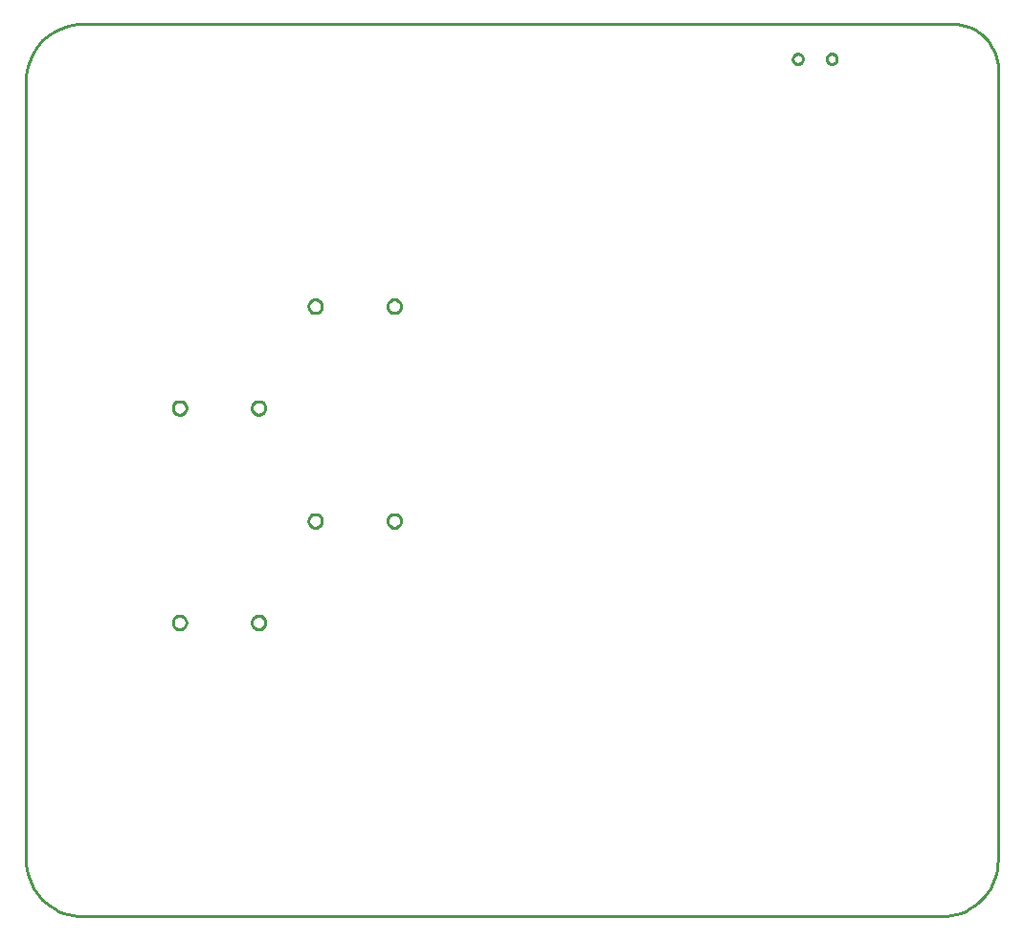
<source format=gbr>
G04 EAGLE Gerber RS-274X export*
G75*
%MOMM*%
%FSLAX34Y34*%
%LPD*%
%IN*%
%IPPOS*%
%AMOC8*
5,1,8,0,0,1.08239X$1,22.5*%
G01*
%ADD10C,0.254000*%


D10*
X0Y50000D02*
X190Y45642D01*
X760Y41318D01*
X1704Y37059D01*
X3015Y32899D01*
X4685Y28869D01*
X6699Y25000D01*
X9042Y21321D01*
X11698Y17861D01*
X14645Y14645D01*
X17861Y11698D01*
X21321Y9042D01*
X25000Y6699D01*
X28869Y4685D01*
X32899Y3015D01*
X37059Y1704D01*
X41318Y760D01*
X45642Y190D01*
X50000Y0D01*
X810000Y0D01*
X814358Y190D01*
X818682Y760D01*
X822941Y1704D01*
X827101Y3015D01*
X831131Y4685D01*
X835000Y6699D01*
X838679Y9042D01*
X842139Y11698D01*
X845355Y14645D01*
X848302Y17861D01*
X850958Y21321D01*
X853301Y25000D01*
X855315Y28869D01*
X856985Y32899D01*
X858296Y37059D01*
X859240Y41318D01*
X859810Y45642D01*
X860000Y50000D01*
X860000Y750000D01*
X859848Y753486D01*
X859392Y756946D01*
X858637Y760353D01*
X857588Y763681D01*
X856252Y766905D01*
X854641Y770000D01*
X852766Y772943D01*
X850642Y775712D01*
X848284Y778284D01*
X845712Y780642D01*
X842943Y782766D01*
X840000Y784641D01*
X836905Y786252D01*
X833681Y787588D01*
X830353Y788637D01*
X826946Y789392D01*
X823486Y789848D01*
X820000Y790000D01*
X50000Y790000D01*
X45642Y789810D01*
X41318Y789240D01*
X37059Y788296D01*
X32899Y786985D01*
X28869Y785315D01*
X25000Y783301D01*
X21321Y780958D01*
X17861Y778302D01*
X14645Y775355D01*
X11698Y772139D01*
X9042Y768679D01*
X6699Y765000D01*
X4685Y761131D01*
X3015Y757101D01*
X1704Y752941D01*
X760Y748682D01*
X190Y744358D01*
X0Y740000D01*
X0Y50000D01*
X687500Y759295D02*
X687423Y759880D01*
X687270Y760450D01*
X687045Y760995D01*
X686750Y761505D01*
X686391Y761973D01*
X685973Y762391D01*
X685505Y762750D01*
X684995Y763045D01*
X684450Y763270D01*
X683880Y763423D01*
X683295Y763500D01*
X682705Y763500D01*
X682120Y763423D01*
X681550Y763270D01*
X681005Y763045D01*
X680495Y762750D01*
X680027Y762391D01*
X679609Y761973D01*
X679250Y761505D01*
X678955Y760995D01*
X678730Y760450D01*
X678577Y759880D01*
X678500Y759295D01*
X678500Y758705D01*
X678577Y758120D01*
X678730Y757550D01*
X678955Y757005D01*
X679250Y756495D01*
X679609Y756027D01*
X680027Y755609D01*
X680495Y755250D01*
X681005Y754955D01*
X681550Y754730D01*
X682120Y754577D01*
X682705Y754500D01*
X683295Y754500D01*
X683880Y754577D01*
X684450Y754730D01*
X684995Y754955D01*
X685505Y755250D01*
X685973Y755609D01*
X686391Y756027D01*
X686750Y756495D01*
X687045Y757005D01*
X687270Y757550D01*
X687423Y758120D01*
X687500Y758705D01*
X687500Y759295D01*
X717500Y759295D02*
X717423Y759880D01*
X717270Y760450D01*
X717045Y760995D01*
X716750Y761505D01*
X716391Y761973D01*
X715973Y762391D01*
X715505Y762750D01*
X714995Y763045D01*
X714450Y763270D01*
X713880Y763423D01*
X713295Y763500D01*
X712705Y763500D01*
X712120Y763423D01*
X711550Y763270D01*
X711005Y763045D01*
X710495Y762750D01*
X710027Y762391D01*
X709609Y761973D01*
X709250Y761505D01*
X708955Y760995D01*
X708730Y760450D01*
X708577Y759880D01*
X708500Y759295D01*
X708500Y758705D01*
X708577Y758120D01*
X708730Y757550D01*
X708955Y757005D01*
X709250Y756495D01*
X709609Y756027D01*
X710027Y755609D01*
X710495Y755250D01*
X711005Y754955D01*
X711550Y754730D01*
X712120Y754577D01*
X712705Y754500D01*
X713295Y754500D01*
X713880Y754577D01*
X714450Y754730D01*
X714995Y754955D01*
X715505Y755250D01*
X715973Y755609D01*
X716391Y756027D01*
X716750Y756495D01*
X717045Y757005D01*
X717270Y757550D01*
X717423Y758120D01*
X717500Y758705D01*
X717500Y759295D01*
X142000Y259663D02*
X141925Y258993D01*
X141775Y258336D01*
X141552Y257700D01*
X141260Y257093D01*
X140901Y256523D01*
X140481Y255996D01*
X140004Y255519D01*
X139478Y255099D01*
X138907Y254740D01*
X138300Y254448D01*
X137664Y254225D01*
X137007Y254075D01*
X136337Y254000D01*
X135663Y254000D01*
X134993Y254075D01*
X134336Y254225D01*
X133700Y254448D01*
X133093Y254740D01*
X132523Y255099D01*
X131996Y255519D01*
X131519Y255996D01*
X131099Y256523D01*
X130740Y257093D01*
X130448Y257700D01*
X130225Y258336D01*
X130075Y258993D01*
X130000Y259663D01*
X130000Y260337D01*
X130075Y261007D01*
X130225Y261664D01*
X130448Y262300D01*
X130740Y262907D01*
X131099Y263478D01*
X131519Y264004D01*
X131996Y264481D01*
X132523Y264901D01*
X133093Y265260D01*
X133700Y265552D01*
X134336Y265775D01*
X134993Y265925D01*
X135663Y266000D01*
X136337Y266000D01*
X137007Y265925D01*
X137664Y265775D01*
X138300Y265552D01*
X138907Y265260D01*
X139478Y264901D01*
X140004Y264481D01*
X140481Y264004D01*
X140901Y263478D01*
X141260Y262907D01*
X141552Y262300D01*
X141775Y261664D01*
X141925Y261007D01*
X142000Y260337D01*
X142000Y259663D01*
X212000Y259663D02*
X211925Y258993D01*
X211775Y258336D01*
X211552Y257700D01*
X211260Y257093D01*
X210901Y256523D01*
X210481Y255996D01*
X210004Y255519D01*
X209478Y255099D01*
X208907Y254740D01*
X208300Y254448D01*
X207664Y254225D01*
X207007Y254075D01*
X206337Y254000D01*
X205663Y254000D01*
X204993Y254075D01*
X204336Y254225D01*
X203700Y254448D01*
X203093Y254740D01*
X202523Y255099D01*
X201996Y255519D01*
X201519Y255996D01*
X201099Y256523D01*
X200740Y257093D01*
X200448Y257700D01*
X200225Y258336D01*
X200075Y258993D01*
X200000Y259663D01*
X200000Y260337D01*
X200075Y261007D01*
X200225Y261664D01*
X200448Y262300D01*
X200740Y262907D01*
X201099Y263478D01*
X201519Y264004D01*
X201996Y264481D01*
X202523Y264901D01*
X203093Y265260D01*
X203700Y265552D01*
X204336Y265775D01*
X204993Y265925D01*
X205663Y266000D01*
X206337Y266000D01*
X207007Y265925D01*
X207664Y265775D01*
X208300Y265552D01*
X208907Y265260D01*
X209478Y264901D01*
X210004Y264481D01*
X210481Y264004D01*
X210901Y263478D01*
X211260Y262907D01*
X211552Y262300D01*
X211775Y261664D01*
X211925Y261007D01*
X212000Y260337D01*
X212000Y259663D01*
X262000Y349663D02*
X261925Y348993D01*
X261775Y348336D01*
X261552Y347700D01*
X261260Y347093D01*
X260901Y346523D01*
X260481Y345996D01*
X260004Y345519D01*
X259478Y345099D01*
X258907Y344740D01*
X258300Y344448D01*
X257664Y344225D01*
X257007Y344075D01*
X256337Y344000D01*
X255663Y344000D01*
X254993Y344075D01*
X254336Y344225D01*
X253700Y344448D01*
X253093Y344740D01*
X252523Y345099D01*
X251996Y345519D01*
X251519Y345996D01*
X251099Y346523D01*
X250740Y347093D01*
X250448Y347700D01*
X250225Y348336D01*
X250075Y348993D01*
X250000Y349663D01*
X250000Y350337D01*
X250075Y351007D01*
X250225Y351664D01*
X250448Y352300D01*
X250740Y352907D01*
X251099Y353478D01*
X251519Y354004D01*
X251996Y354481D01*
X252523Y354901D01*
X253093Y355260D01*
X253700Y355552D01*
X254336Y355775D01*
X254993Y355925D01*
X255663Y356000D01*
X256337Y356000D01*
X257007Y355925D01*
X257664Y355775D01*
X258300Y355552D01*
X258907Y355260D01*
X259478Y354901D01*
X260004Y354481D01*
X260481Y354004D01*
X260901Y353478D01*
X261260Y352907D01*
X261552Y352300D01*
X261775Y351664D01*
X261925Y351007D01*
X262000Y350337D01*
X262000Y349663D01*
X332000Y349663D02*
X331925Y348993D01*
X331775Y348336D01*
X331552Y347700D01*
X331260Y347093D01*
X330901Y346523D01*
X330481Y345996D01*
X330004Y345519D01*
X329478Y345099D01*
X328907Y344740D01*
X328300Y344448D01*
X327664Y344225D01*
X327007Y344075D01*
X326337Y344000D01*
X325663Y344000D01*
X324993Y344075D01*
X324336Y344225D01*
X323700Y344448D01*
X323093Y344740D01*
X322523Y345099D01*
X321996Y345519D01*
X321519Y345996D01*
X321099Y346523D01*
X320740Y347093D01*
X320448Y347700D01*
X320225Y348336D01*
X320075Y348993D01*
X320000Y349663D01*
X320000Y350337D01*
X320075Y351007D01*
X320225Y351664D01*
X320448Y352300D01*
X320740Y352907D01*
X321099Y353478D01*
X321519Y354004D01*
X321996Y354481D01*
X322523Y354901D01*
X323093Y355260D01*
X323700Y355552D01*
X324336Y355775D01*
X324993Y355925D01*
X325663Y356000D01*
X326337Y356000D01*
X327007Y355925D01*
X327664Y355775D01*
X328300Y355552D01*
X328907Y355260D01*
X329478Y354901D01*
X330004Y354481D01*
X330481Y354004D01*
X330901Y353478D01*
X331260Y352907D01*
X331552Y352300D01*
X331775Y351664D01*
X331925Y351007D01*
X332000Y350337D01*
X332000Y349663D01*
X142000Y449663D02*
X141925Y448993D01*
X141775Y448336D01*
X141552Y447700D01*
X141260Y447093D01*
X140901Y446523D01*
X140481Y445996D01*
X140004Y445519D01*
X139478Y445099D01*
X138907Y444740D01*
X138300Y444448D01*
X137664Y444225D01*
X137007Y444075D01*
X136337Y444000D01*
X135663Y444000D01*
X134993Y444075D01*
X134336Y444225D01*
X133700Y444448D01*
X133093Y444740D01*
X132523Y445099D01*
X131996Y445519D01*
X131519Y445996D01*
X131099Y446523D01*
X130740Y447093D01*
X130448Y447700D01*
X130225Y448336D01*
X130075Y448993D01*
X130000Y449663D01*
X130000Y450337D01*
X130075Y451007D01*
X130225Y451664D01*
X130448Y452300D01*
X130740Y452907D01*
X131099Y453478D01*
X131519Y454004D01*
X131996Y454481D01*
X132523Y454901D01*
X133093Y455260D01*
X133700Y455552D01*
X134336Y455775D01*
X134993Y455925D01*
X135663Y456000D01*
X136337Y456000D01*
X137007Y455925D01*
X137664Y455775D01*
X138300Y455552D01*
X138907Y455260D01*
X139478Y454901D01*
X140004Y454481D01*
X140481Y454004D01*
X140901Y453478D01*
X141260Y452907D01*
X141552Y452300D01*
X141775Y451664D01*
X141925Y451007D01*
X142000Y450337D01*
X142000Y449663D01*
X212000Y449663D02*
X211925Y448993D01*
X211775Y448336D01*
X211552Y447700D01*
X211260Y447093D01*
X210901Y446523D01*
X210481Y445996D01*
X210004Y445519D01*
X209478Y445099D01*
X208907Y444740D01*
X208300Y444448D01*
X207664Y444225D01*
X207007Y444075D01*
X206337Y444000D01*
X205663Y444000D01*
X204993Y444075D01*
X204336Y444225D01*
X203700Y444448D01*
X203093Y444740D01*
X202523Y445099D01*
X201996Y445519D01*
X201519Y445996D01*
X201099Y446523D01*
X200740Y447093D01*
X200448Y447700D01*
X200225Y448336D01*
X200075Y448993D01*
X200000Y449663D01*
X200000Y450337D01*
X200075Y451007D01*
X200225Y451664D01*
X200448Y452300D01*
X200740Y452907D01*
X201099Y453478D01*
X201519Y454004D01*
X201996Y454481D01*
X202523Y454901D01*
X203093Y455260D01*
X203700Y455552D01*
X204336Y455775D01*
X204993Y455925D01*
X205663Y456000D01*
X206337Y456000D01*
X207007Y455925D01*
X207664Y455775D01*
X208300Y455552D01*
X208907Y455260D01*
X209478Y454901D01*
X210004Y454481D01*
X210481Y454004D01*
X210901Y453478D01*
X211260Y452907D01*
X211552Y452300D01*
X211775Y451664D01*
X211925Y451007D01*
X212000Y450337D01*
X212000Y449663D01*
X262000Y539663D02*
X261925Y538993D01*
X261775Y538336D01*
X261552Y537700D01*
X261260Y537093D01*
X260901Y536523D01*
X260481Y535996D01*
X260004Y535519D01*
X259478Y535099D01*
X258907Y534740D01*
X258300Y534448D01*
X257664Y534225D01*
X257007Y534075D01*
X256337Y534000D01*
X255663Y534000D01*
X254993Y534075D01*
X254336Y534225D01*
X253700Y534448D01*
X253093Y534740D01*
X252523Y535099D01*
X251996Y535519D01*
X251519Y535996D01*
X251099Y536523D01*
X250740Y537093D01*
X250448Y537700D01*
X250225Y538336D01*
X250075Y538993D01*
X250000Y539663D01*
X250000Y540337D01*
X250075Y541007D01*
X250225Y541664D01*
X250448Y542300D01*
X250740Y542907D01*
X251099Y543478D01*
X251519Y544004D01*
X251996Y544481D01*
X252523Y544901D01*
X253093Y545260D01*
X253700Y545552D01*
X254336Y545775D01*
X254993Y545925D01*
X255663Y546000D01*
X256337Y546000D01*
X257007Y545925D01*
X257664Y545775D01*
X258300Y545552D01*
X258907Y545260D01*
X259478Y544901D01*
X260004Y544481D01*
X260481Y544004D01*
X260901Y543478D01*
X261260Y542907D01*
X261552Y542300D01*
X261775Y541664D01*
X261925Y541007D01*
X262000Y540337D01*
X262000Y539663D01*
X332000Y539663D02*
X331925Y538993D01*
X331775Y538336D01*
X331552Y537700D01*
X331260Y537093D01*
X330901Y536523D01*
X330481Y535996D01*
X330004Y535519D01*
X329478Y535099D01*
X328907Y534740D01*
X328300Y534448D01*
X327664Y534225D01*
X327007Y534075D01*
X326337Y534000D01*
X325663Y534000D01*
X324993Y534075D01*
X324336Y534225D01*
X323700Y534448D01*
X323093Y534740D01*
X322523Y535099D01*
X321996Y535519D01*
X321519Y535996D01*
X321099Y536523D01*
X320740Y537093D01*
X320448Y537700D01*
X320225Y538336D01*
X320075Y538993D01*
X320000Y539663D01*
X320000Y540337D01*
X320075Y541007D01*
X320225Y541664D01*
X320448Y542300D01*
X320740Y542907D01*
X321099Y543478D01*
X321519Y544004D01*
X321996Y544481D01*
X322523Y544901D01*
X323093Y545260D01*
X323700Y545552D01*
X324336Y545775D01*
X324993Y545925D01*
X325663Y546000D01*
X326337Y546000D01*
X327007Y545925D01*
X327664Y545775D01*
X328300Y545552D01*
X328907Y545260D01*
X329478Y544901D01*
X330004Y544481D01*
X330481Y544004D01*
X330901Y543478D01*
X331260Y542907D01*
X331552Y542300D01*
X331775Y541664D01*
X331925Y541007D01*
X332000Y540337D01*
X332000Y539663D01*
M02*

</source>
